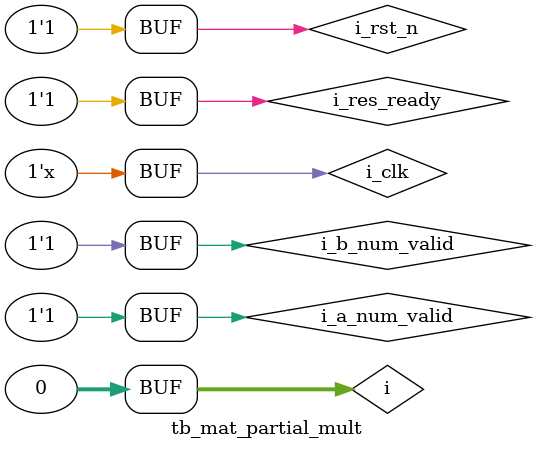
<source format=v>
`timescale 10ps / 1ps


module tb_mat_partial_mult();

reg i_clk;
reg i_rst_n;
reg [7:0] i_a_num;
reg i_a_num_valid;
reg [7:0] i_b_num;
reg i_b_num_valid;

wire a_ready, b_ready;

reg i_res_ready;

wire [7:0] res_data;
wire res_valid;
wire res_last;


integer i;

mat_partial_mult dut(
	.i_clk(i_clk),
	.i_rst_n(i_rst_n),
	.i_a_num(i_a_num),
	.i_a_num_valid(i_a_num_valid),
	.i_b_num(i_b_num),
	.i_b_num_valid(i_b_num_valid),
	.o_a_read(a_ready),
	.o_b_read(b_ready),
	.i_res_ready(i_res_ready),
	.o_res_data(res_data),
	.o_res_valid(res_valid),
	.o_res_last(res_last)
);


initial
begin
	i_clk <= 0;
	i_rst_n <= 0;
	i <= 0;
	i_a_num_valid <= 1;
	i_b_num_valid <= 1;
	
	i_res_ready <= 1;
	
	i_a_num <= 8'h10;
	i_b_num <= 8'h10;

	#10
	i_rst_n <= 1;
end

always @(posedge i_clk)
begin
	if (a_ready) begin
		if (i_a_num == 8'h30) begin
			i_a_num <= 8'h10;
		end else begin
			i_a_num <= i_a_num + 8'h10;
		end
	end
	if (b_ready) begin
		if (i_b_num == 8'h30) begin
			i_b_num <= 8'h10;
		end else begin
			i_b_num <= i_b_num + 8'h10;
		end
	end
end


always
begin
	#10 i_clk <= ~i_clk;
end


endmodule
</source>
